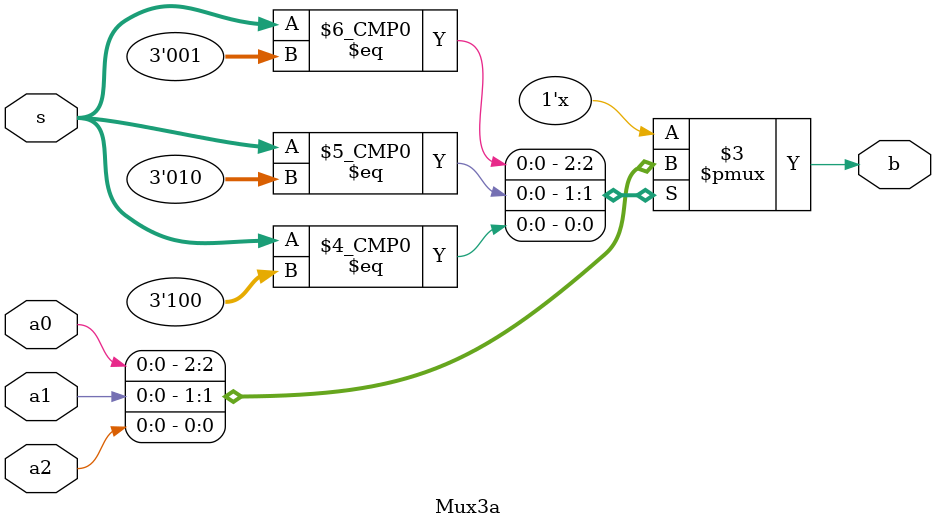
<source format=v>
module CPU (clk, reset, opcode, op,cond, loadir, loada, loadb, loadc,loads,  asel, bsel, write, nsel, vsel, msel, mwrite,incp,execb,tsel);

input reset;
input [2:0] opcode,cond;
input [1:0]op;
input clk;
output [1:0] nsel,vsel;
reg [1:0] nsel,vsel;
output loadir, loada, loadb, loadc,loads,  asel, bsel, write, msel, mwrite,tsel, incp,execb;
reg loadir, loada, loadb, loadc,loads,  asel, bsel, write, msel, mwrite,tsel, incp,execb;

wire [2:0]step;
reg [2:0] nextstep;
`define ADD 2'b00
`define CMP 2'b01
`define AND 2'b10
`define MVN 2'b11
`define MOVimm8 2'b10
`define MOV2 2'b00
`define LDR 5'b01100
`define STR 5'b10000

`define BRANCH 5'b00100 // B BEQ BNE BLT BLE
`define BL 5'b01011
`define BLX 5'b01010
`define BX 5'b01000

`define PICKRM 2'b00
`define PICKRD 2'b01
`define PICKRN 2'b10
`define S1 3'b000 //load IR
`define S2 3'b001 //UPDATE PC
`define S3 3'b010 //DECODE READ RN
`define S4 3'b011 //READ RM
`define S5 3'b100 //ALU
`define S6 3'b101 // WRITE RD OR RN
`define S7 3'b110 //
`define S8 3'b111

`define ALUCODE 3'b101
`define MOVECODE 3'b110 

`define ON 1'b1
`define OFF 1'b0

vDFF #(3) nextit( clk, nextstep, step);
always @(*) begin
casex({reset,opcode,op,cond,step})
{`ON, 11'bXXXXXXXXXXX}:{nextstep,  loadir,  loada,  loadb,  loadc,  loads,  asel,  bsel,  write,  msel,  mwrite,  nsel,  vsel,  incp,  execb,  tsel}=
              	       {`S1,       `ON,     `OFF,   `OFF,   `OFF,   `OFF,   `OFF,  `OFF,  `OFF,   `OFF,    `OFF,    4'bXXXX,    `ON,    `OFF,    `ON};
{`OFF, `MOVECODE, 2'bXX,3'bXXX, `S1}:{nextstep,  loadir,  loada,  loadb,  loadc,  asel,  bsel,  write,  msel,  mwrite,  nsel,  vsel,  incp,  execb,  tsel,  loads}=
                                     {`S2    ,   `ON,     `OFF,   `OFF,   `OFF,   `OFF,  `OFF,  `OFF,   `OFF,  `OFF,    4'bXX00,      `OFF,  `OFF,   `ON,   `OFF};
{`OFF, `MOVECODE, 2'bXX, 3'bXXX,`S2}:{nextstep,  loadir,  loada,  loadb,  loadc,  asel,  bsel,  write,  msel,  mwrite,  nsel,  vsel,  incp,  execb,  tsel,  loads}=
                                     {`S3    ,   `ON,     `OFF,   `OFF,   `OFF,   `OFF,  `OFF,  `OFF,   `OFF,  `OFF,    4'bXX10,      `ON,   `OFF,   `ON,   `OFF};
{`OFF, `MOVECODE, 2'bXX,3'bXXX, `S3}:{nextstep,  loadir,  loada,  loadb,  loadc,  asel,  bsel,  write,  msel,  mwrite,  nsel,  vsel,  incp,  execb,  tsel,  loads}=
                                     {`S4    ,   `OFF,    `ON,    `OFF,   `OFF,   `OFF,  `OFF,  `OFF,   `OFF,  `OFF,    `PICKRN,2'b10,`OFF,  `OFF,   `ON,   `OFF};
{`OFF, `MOVECODE, `MOVimm8,3'bXXX, `S4}:{nextstep,  loadir,  loada,  loadb,  loadc,  asel,  bsel,  write,  msel,  mwrite,  nsel,  vsel,  incp,  execb,  tsel,  loads}=
                                        {`S1    ,   `OFF,    `OFF,   `OFF,   `OFF,   `OFF,  `OFF,  `ON,    `OFF,  `OFF,    `PICKRN ,2'b10,`OFF, `OFF,   `ON,   `OFF};

{`OFF, `MOVECODE, `MOV2, 3'bXXX,`S4}:{nextstep,  loadir,  loada,  loadb,  loadc,  asel,  bsel,  write,  msel,  mwrite,    nsel,    vsel,    incp,    execb,    tsel,loads}=
                            	     {`S5,    `OFF,    `OFF,    `ON,    `OFF,    `ON,    `OFF,    `OFF,    `OFF,    `OFF,    `PICKRM,2'b00,    `OFF,    `OFF,    `ON,    `OFF};
{`OFF, `MOVECODE, `MOV2, 3'bXXX,`S5}:{nextstep,loadir,    loada,    loadb,    loadc,    asel,    bsel,    write,    msel,    mwrite,    nsel,    vsel,    incp,    execb,    tsel,loads}=
                            	     {`S6,    `OFF,    `OFF,    `OFF,    `ON,    `ON,    `OFF,    `OFF,    `OFF,    `OFF,    4'bXX00,    `OFF,    `OFF,    `ON,    `OFF};
{`OFF, `MOVECODE, `MOV2, 3'bXXX,`S6}:{nextstep,loadir,    loada,    loadb,    loadc,    asel,    bsel,    write,    msel,    mwrite,    nsel,    vsel,    incp,    execb,    tsel,loads}=
                            	     {`S1,    `OFF,    `OFF,    `OFF,    `OFF,    `OFF,    `OFF,    `ON,    `OFF,    `OFF,    `PICKRD,2'b00,    `OFF,    `OFF,    `ON,    `OFF};

{`OFF, `LDR, 3'bXXX,`S1}:{nextstep,    loadir,    loada,    loadb,    loadc,    asel,    bsel,    write,    msel,    mwrite,    nsel,    vsel,    incp,    execb,    tsel,loads}=
                 	 {`S2    ,    `ON,    `OFF,    `OFF,    `OFF,    `OFF,    `OFF,    `OFF,    `OFF,    `OFF,    4'bXX11,    `OFF,    `OFF,    `ON,    `OFF};
{`OFF, `LDR, 3'bXXX,`S2}:{nextstep,    loadir,    loada,    loadb,    loadc,    asel,    bsel,    write,    msel,    mwrite,    nsel,    vsel,    incp,    execb,    tsel,loads}=
                   	 {`S3    ,    `OFF,    `OFF,    `OFF,    `OFF,    `OFF,    `OFF,    `OFF,    `OFF,    `OFF,    4'bXX11,    `ON,    `OFF,    `ON,    `OFF};
{`OFF, `LDR,3'bXXX, `S3}:{nextstep,    loadir,    loada,    loadb,    loadc,    asel,    bsel,    write,    msel,    mwrite,    nsel,    vsel,    incp,    execb,    tsel,loads}=
                 	 {`S4    ,    `OFF,    `ON,    `OFF,    `OFF,    `OFF,    `OFF,    `OFF,    `OFF,    `OFF,    `PICKRN,2'b11,    `OFF,    `OFF,    `ON,    `OFF};
{`OFF, `LDR, 3'bXXX,`S4}:{nextstep,    loadir,    loada,    loadb,    loadc,    asel,    bsel,    write,    msel,    mwrite,    nsel,    vsel,    incp,    execb,    tsel,loads}=
                 	 {`S5    ,    `OFF,    `OFF,    `OFF,    `ON,    `OFF,    `ON,    `OFF,    `ON,    `OFF,    `PICKRN,2'b11,    `OFF,    `OFF,    `ON,    `OFF};
{`OFF, `LDR ,3'bXXX,`S5}:{nextstep,    loadir,    loada,    loadb,    loadc,    asel,    bsel,    write,    msel,    mwrite,    nsel,    vsel,    incp,    execb,    tsel,loads}=
                 	 {`S6    ,    `OFF,    `OFF,    `OFF,    `OFF,    `OFF,    `ON,    `OFF,    `ON,    `OFF,    4'bXX11,    `OFF,    `OFF,    `ON,    `OFF};
{`OFF, `LDR, 3'bXXX,`S6}:{nextstep,    loadir,    loada,    loadb,    loadc,    asel,    bsel,    write,    msel,    mwrite,    nsel,    vsel,    incp,    execb,    tsel,loads}=
                	 {`S1    ,    `OFF,    `OFF,	`OFF,    `OFF,    `OFF,    `OFF,    `ON,    `OFF,    `OFF,    `PICKRD,2'b11,    `ON,    `OFF,    `ON,    `OFF};

{`OFF, `ALUCODE, 2'bXX, 3'bXXX,`S1}:{nextstep,    loadir,    loada,    loadb,    loadc,  asel,    bsel,    write,    msel,    mwrite,    nsel,    vsel,    incp,    execb,    tsel,loads}=
                          	   {`S2,    `ON,    `OFF,    `OFF,    `OFF,    `OFF,    `OFF,    `OFF,    `OFF,    `OFF,    4'bXX00,    `OFF,    `OFF,    `ON,    `OFF};
{`OFF, `ALUCODE, 2'bXX,3'bXXX, `S2}:{nextstep,    loadir,    loada,    loadb,    loadc,    asel,    bsel,    write,    msel,    mwrite,    nsel,    vsel,    incp,    execb,    tsel,loads}=
                            	   {`S3,    `ON,    `OFF,    `OFF,    `OFF,    `OFF,    `OFF,    `OFF,    `OFF,    `OFF,    4'bXX00,    `ON,    `OFF,    `ON,    `OFF};
{`OFF, `ALUCODE, 2'bXX,3'bXXX, `S3}:{nextstep,    loadir,    loada,    loadb,    loadc,    asel,    bsel,    write,    msel,    mwrite,    nsel,    vsel,    incp,    execb,    tsel,loads}=
                          	   {`S4,    `OFF,    `ON,    `OFF,    `OFF,    `OFF,    `OFF,    `OFF,    `OFF,    `OFF,    `PICKRN,2'b00,    `OFF,    `OFF,    `ON,    `OFF};
{`OFF, `ALUCODE, 2'bXX,3'bXXX, `S4}:{nextstep,    loadir,    loada,    loadb,    loadc,    asel,    bsel,    write,    msel,    mwrite,    nsel,    vsel,    incp,    execb,    tsel,loads}=
                          	   {`S5,    `OFF,    `OFF,    `ON,    `OFF,    `OFF,    `OFF,    `OFF,    `OFF,    `OFF,    `PICKRM,2'b00,    `OFF,    `OFF,    `ON,    `OFF};
{`OFF, `ALUCODE, `ADD, 3'bXXX,`S5}:{nextstep,    loadir,    loada,    loadb,    loadc,    asel,    bsel,    write,    msel,    mwrite,    nsel,    vsel,    incp,    execb,    tsel,loads}=
                          	   {`S6,    `OFF,    `OFF,    `OFF,    `ON,    `OFF,    `OFF,    `OFF,    `OFF,    `OFF,    4'bXX00,    `OFF,    `OFF,    `ON,    `OFF};
{`OFF, `ALUCODE, `ADD,3'bXXX, `S6}:{nextstep,    loadir,    loada,    loadb,    loadc,    asel,    bsel,    write,    msel,    mwrite,    nsel,    vsel,    incp,    execb,    tsel,loads}=
                          	   {`S1,    `OFF,    `OFF,    `OFF,    `OFF,    `OFF,    `OFF,    `ON,    `OFF,    `OFF,    `PICKRD,2'b00,    `OFF,    `OFF,    `ON,    `OFF};

{`OFF, `ALUCODE, `AND, 3'bXXX,`S5}:{nextstep,    loadir,    loada,    loadb,    loadc,    asel,    bsel,    write,    msel,    mwrite,    nsel,    vsel,    incp,    execb,    tsel,loads}=
                          	   {`S6,    `OFF,    `OFF,    `OFF,    `ON,    `OFF,    `OFF,    `OFF,    `OFF,    `OFF,    4'bXX00,    `OFF,    `OFF,    `ON,    `OFF};
{`OFF, `ALUCODE, `AND, 3'bXXX,`S6}:{nextstep,    loadir,    loada,    loadb,    loadc,    asel,    bsel,    write,    msel,    mwrite,    nsel,    vsel,    incp,    execb,    tsel,loads}=
                          	   {`S1,    `OFF,    `OFF,    `OFF,    `OFF,    `OFF,    `OFF,    `ON,    `OFF,    `OFF,    `PICKRD,2'b00,    `OFF,    `OFF,    `ON,    `OFF};

{`OFF, `ALUCODE, `MVN, 3'bXXX,`S5}:{nextstep,    loadir,    loada,    loadb,    loadc,    asel,    bsel,    write,    msel,    mwrite,    nsel,    vsel,    incp,    execb,    tsel,loads}=
                          	   {`S6,    `OFF,    `OFF,    `OFF,    `ON,    `OFF,    `OFF,    `OFF,    `OFF,    `OFF,    4'bXX00,    `OFF,    `OFF,    `ON,    `OFF};
{`OFF, `ALUCODE, `MVN, 3'bXXX,`S6}:{nextstep,    loadir,    loada,    loadb,    loadc,    asel,    bsel,    write,    msel,    mwrite,    nsel,    vsel,    incp,    execb,    tsel,loads}=
                          	   {`S1,    `OFF,    `OFF,    `OFF,    `OFF,    `OFF,    `OFF,    `ON,    `OFF,    `OFF,    `PICKRD,2'b00,    `OFF,    `OFF,    `ON,    `OFF};
{`OFF, `ALUCODE, `CMP, 3'bXXX,`S5}:{nextstep,    loadir,    loada,    loadb,    loadc,    asel,    bsel,    write,    msel,    mwrite,    loads, nsel,    vsel,    incp,    execb,    tsel}=
                          	   {`S1,    `OFF,    `OFF,    `OFF,    `ON,    `OFF,    `OFF,    `OFF,    `OFF,    `OFF,    `ON,    4'bXX00,    `OFF,    `OFF,    `ON};

{`OFF, `STR, 3'bXXX,`S1}:{nextstep,    loadir,    loada,    loadb,    loadc,    asel,    bsel,    write,    msel,    mwrite,    nsel,    vsel,    incp,    execb,    tsel,loads}=
                 	 {`S2,        `ON,    `OFF,    `OFF,    `OFF,    `OFF,    `OFF,    `OFF,    `OFF,    `OFF,    4'bXX00,    `OFF,    `OFF,    `ON,    `OFF};
{`OFF, `STR, 3'bXXX,`S2}:{nextstep,    loadir,    loada,    loadb,    loadc,    asel,    bsel,    write,    msel,    mwrite,    nsel,    vsel,    incp,    execb,    tsel,loads}=
                 	 {`S3,        `ON,    `OFF,    `OFF,    `OFF,    `OFF,    `OFF,    `OFF,    `OFF,    `OFF,    4'bXX00,    `ON,    `OFF,    `ON,    `OFF};
{`OFF, `STR, 3'bXXX,`S3}:{nextstep,    loadir,    loada,    loadb,    loadc,    asel,    bsel,    write,    msel,    mwrite,    nsel,    vsel,    incp,    execb,    tsel,loads}=
                 	 {`S4,        `OFF,    `ON,    `OFF,    `OFF,    `OFF,    `OFF,    `OFF,    `OFF,    `OFF,    `PICKRN,2'b00,    `OFF,    `OFF,    `ON,    `OFF};
{`OFF, `STR, 3'bXXX,`S4}:{nextstep,    loadir,    loada,    loadb,    loadc,    asel,    bsel,    write,    msel,    mwrite,    nsel,    vsel,    incp,    execb,    tsel,loads}=
                 	 {`S5,        `OFF,    `OFF,    `OFF,    `ON,    `OFF,    `ON,    `OFF,    `OFF,    `OFF,    4'bXX00,    `OFF,    `OFF,    `ON,    `OFF};
{`OFF, `STR,3'bXXX, `S5}:{nextstep,    loadir,    loada,    loadb,    loadc,    asel,    bsel,    write,    msel,    mwrite,    nsel,    vsel,    incp,    execb,    tsel,loads}=
                 	 {`S6,        `OFF,    `OFF,    `ON,    `OFF,    `OFF,    `ON,    `OFF,    `OFF,    `OFF,    `PICKRD, 2'b00,    `OFF,    `OFF,    `ON,    `OFF};
{`OFF, `STR, 3'bXXX,`S6}:{nextstep,    loadir,    loada,    loadb,    loadc,    asel,    bsel,    write,    msel,    mwrite,    nsel,    vsel,    incp,    execb,    tsel,loads}=
                 	 {`S7,        `OFF,    `OFF,    `OFF,    `OFF,    `OFF,    `OFF,    `OFF,    `ON,    `ON,    `PICKRD,2'b00,    `OFF,    `OFF,    `ON,    `OFF};
{`OFF, `STR,3'bXXX, `S7}:{nextstep,    loadir,    loada,    loadb,    loadc,    asel,    bsel,    write,    msel,    mwrite,    nsel,    vsel,    incp,    execb,    tsel,loads}=
                 	 {`S1,        `OFF,    `OFF,    `OFF,    `OFF,    `OFF,    `OFF,    `OFF,    `OFF,    `ON,    `PICKRD,2'b00,    `OFF,    `OFF,    `ON,    `OFF};

{`OFF, `BRANCH, 3'bXXX, `S1}:{nextstep,    loadir,    loada,    loadb,    loadc,    asel,    bsel,    write,    msel,    mwrite,    nsel,    vsel,    incp,    execb,    tsel,loads}=
                    	     {`S2,    `ON,    `OFF,    `OFF,    `OFF,    `OFF,    `OFF,    `OFF,    `OFF,    `OFF,    4'bXX00,    `OFF,    `OFF,    `ON,    `OFF};
{`OFF, `BRANCH, 3'bXXX,`S2}:{nextstep,    loadir,    loada,    loadb,    loadc,    asel,    bsel,    write,    msel,    mwrite,    nsel,    vsel,    incp,    execb,    tsel,loads}=
                   	    {`S3,    `OFF,    `OFF,    `OFF,    `OFF,    `OFF,    `OFF,    `OFF,    `OFF,    `OFF,    4'bXX00,    `ON,    `OFF,    `ON,    `OFF};
{`OFF, `BRANCH, 3'bXXX,`S3}:{nextstep,    loadir,    loada,    loadb,    loadc,    asel,    bsel,    write,    msel,    mwrite,    nsel,    vsel,    incp,    execb,    tsel,loads}=
                   	    {`S4,    `OFF,    `ON,    `OFF,    `OFF,    `OFF,    `OFF,    `OFF,    `OFF,    `OFF,    `PICKRN,2'b00,    `OFF,    `OFF,    `ON,    `OFF};
{`OFF, `BRANCH, 3'bXXX,`S4}:{nextstep,    loadir,    loada,    loadb,    loadc,    asel,    bsel,    write,    msel,    mwrite,    nsel,    vsel,    incp,    execb,    tsel,loads}=
                   	    {`S5,    `OFF,    `OFF,    `OFF,    `OFF,    `OFF,    `OFF,    `OFF,    `OFF,    `OFF,    4'bXX00,    `OFF,    `ON ,    `ON,    `OFF };
{`OFF, `BRANCH, 3'bXXX,`S5}:{nextstep,    loadir,    loada,    loadb,    loadc,    asel,    bsel,    write,    msel,    mwrite,    nsel,    vsel,    incp,    execb,    tsel,loads    }=
                   	    {`S1,    `OFF,    `OFF,    `OFF,    `OFF,    `OFF,    `OFF,    `OFF,    `OFF,    `OFF,    4'bXX00,    `OFF,    `OFF,    `ON,    `OFF  };


{`OFF, `BL, 3'bXXX, `S1}:{nextstep,    loadir,    loada,    loadb,    loadc,    asel,    bsel,    write,    msel,    mwrite,    nsel,    vsel,    incp,    execb,    tsel,loads}=
                    	     {`S2,    `ON,    `OFF,    `OFF,    `OFF,    `OFF,    `OFF,    `OFF,    `OFF,    `OFF,    4'bXX01,    `OFF,    `OFF,    `ON,    `OFF};
{`OFF, `BL, 3'bXXX,`S2}:{nextstep,    loadir,    loada,    loadb,    loadc,    asel,    bsel,    write,    msel,    mwrite,    nsel,    vsel,    incp,    execb,    tsel,loads}=
                   	    {`S3,    `OFF,    `OFF,    `OFF,    `OFF,    `OFF,    `OFF,    `OFF,    `OFF,    `OFF,    4'bXX01,    `ON,    `OFF,    `ON,    `OFF};
{`OFF, `BL, 3'bXXX,`S3}:{nextstep,    loadir,    loada,    loadb,    loadc,    asel,    bsel,    write,    msel,    mwrite,    nsel,    vsel,    incp,    execb,    tsel,loads}=
                   	    {`S4,    `OFF,    `ON,    `OFF,    `OFF,    `OFF,    `OFF,    `OFF,    `OFF,    `OFF,    `PICKRN,2'b01,    `OFF,    `OFF,    `ON,    `OFF};
{`OFF, `BL, 3'bXXX,`S4}:{nextstep,    loadir,    loada,    loadb,    loadc,    asel,    bsel,    write,    msel,    mwrite,    nsel,    vsel,    incp,    execb,    tsel,loads    }=
                   	    {`S5,    `OFF,    `ON,    `OFF,    `OFF,    `OFF,    `OFF,    `ON,    `OFF,    `OFF,    `PICKRN ,2'b01,    `OFF,    `OFF,    `ON,    `OFF  };
{`OFF, `BL, 3'bXXX,`S5}:{nextstep,    loadir,    loada,    loadb,    loadc,    asel,    bsel,    write,    msel,    mwrite,    nsel,    vsel,    incp,    execb,    tsel,loads}=
                   	    {`S6,    `OFF,    `OFF,    `OFF,    `OFF,    `OFF,    `OFF,    `OFF,    `OFF,    `OFF,    4'bXX01,    `OFF,    `ON ,    `ON,    `OFF };
{`OFF, `BL, 3'bXXX,`S6}:{nextstep,    loadir,    loada,    loadb,    loadc,    asel,    bsel,    write,    msel,    mwrite,    nsel,    vsel,    incp,    execb,    tsel,loads}=
                   	    {`S1,    `OFF,    `OFF,    `OFF,    `OFF,    `OFF,    `OFF,    `OFF,    `OFF,    `OFF,    4'bXX01,    `OFF,    `OFF ,    `ON,    `OFF};

{`OFF, `BX,3'bXXX, `S1}:{nextstep,    loadir,    loada,    loadb,    loadc,    asel,    bsel,    write,    msel,    mwrite,    nsel,    vsel,    incp,    execb,    tsel,loads}=
                {`S2,        `ON,    `OFF,    `OFF,    `OFF,    `OFF,    `OFF,    `OFF,    `OFF,    `OFF,    4'bXX01,    `OFF,    `OFF,    `OFF,    `OFF};
{`OFF, `BX,3'bXXX,`S2}:{nextstep,    loadir,    loada,    loadb,    loadc,    asel,    bsel,    write,    msel,    mwrite,    nsel,    vsel,    incp,    execb,    tsel,loads}=
                       {`S3,        `ON,    `OFF,    `OFF,    `OFF,    `OFF,    `OFF,    `OFF,    `OFF,    `OFF,    4'bXX01,    `ON,    `OFF,    `OFF,    `OFF};
{`OFF, `BX,3'bXXX,`S3}:{nextstep,    loadir,    loada,    loadb,    loadc,    asel,    bsel,    write,    msel,    mwrite,    nsel,    vsel,    incp,    execb,    tsel,loads}=
               {`S4,        `OFF,    `ON,    `OFF,    `OFF,    `OFF,    `OFF,    `OFF,    `OFF,    `OFF,    `PICKRD    ,2'b01,    `OFF,    `OFF,    `OFF,    `OFF};
{`OFF, `BX,3'bXXX,`S4}:{nextstep,    loadir,    loada,    loadb,    loadc,    asel,    bsel,    write,    msel,    mwrite,    nsel,    vsel,    incp,    execb,    tsel,loads}=
               {`S5,        `OFF,    `OFF,    `OFF,    `OFF,    `OFF,    `OFF,    `OFF,    `OFF,    `OFF,    `PICKRD ,2'b01,    `OFF,    `ON ,    `OFF ,    `OFF};
{`OFF, `BX,3'bXXX,`S5}:{nextstep,    loadir,    loada,    loadb,    loadc,    asel,    bsel,    write,    msel,    mwrite,    nsel,    vsel,    incp,    execb,    tsel,loads}=
               {`S1,        `OFF,    `OFF,    `OFF,    `OFF,    `OFF,    `OFF,    `OFF,    `OFF,    `OFF,    `PICKRD ,2'b01,    `OFF,    `OFF,    `OFF ,    `OFF };


{9'bXXXXXXXXX,`S8}:{nextstep,    loadir,    loada,    loadb,    loadc,    loads,    asel,    bsel,    write,    msel,    mwrite,    nsel,    vsel,    incp,    execb,    tsel,loads}=
           {`S8    ,    `OFF,    `OFF,    `OFF,    `OFF,    `OFF,    `OFF,    `OFF,    `OFF,    `OFF,    `OFF,    4'bXXXX,    `OFF,    `OFF,    `OFF,    `OFF};

default :{nextstep,    loadir,    loada,    loadb,    loadc,    loads,    asel,    bsel,    write,    msel,    mwrite,    nsel,    vsel,    incp,    execb,    tsel,loads}=
     {`S8    ,    `OFF,    `OFF,    `OFF,    `OFF,    `OFF,    `OFF,    `OFF,    `OFF,    `OFF,    `OFF,    4'bXXXX,    `OFF,    `OFF,    `OFF,    `OFF};


endcase
end
endmodule

module INSTRUCTIONDECODER ( IN,nsel, opcode, op, writenum, readnum, shift, sximm8, sximm5, ALUop, cond);

input [15:0] IN;

// WIDTH TBD
input [1:0] nsel;

output [1:0] ALUop;
output [15:0] sximm5;
output [15:0] sximm8;
output [1:0] shift;
output [2:0] readnum;
output [2:0] writenum;
output [1:0] op;
output [2:0] opcode;
output [2:0] cond;

wire [2:0] muxpicked;
wire [2:0] Rn;
wire [2:0] Rd;
wire [2:0] Rm;
wire [4:0] imm5;
wire [7:0] imm8;

assign opcode= IN[15:13];
assign op= IN[ 12:11];
assign ALUop= IN [12:11];
assign shift =IN[4:3];
assign Rn= IN[10:8];
assign Rd=IN[7:5];
assign Rm= IN[2:0];
assign imm5= IN[4:0];
assign imm8= IN[7:0];
assign writenum= muxpicked;
assign readnum=muxpicked;
assign cond=IN[10:8];

Muxb3 #(3) nselmux (Rn,Rd,Rm, nsel, muxpicked);
SIGNEXTEND #(5) sximmed5 (imm5,sximm5);
SIGNEXTEND #(8) sximmed8 (imm8,sximm8);

endmodule

module SIGNEXTEND ( IN, OUT);
parameter  k=1;
input [k-1:0] IN;
output [15:0] OUT;

assign OUT[k-1:0]=IN[k-1:0];
assign OUT[15:k]= {16-k{IN[k-1]}};
endmodule






// 3-> 1 mux
module Muxb3(a2, a1, a0, sb, b) ;
  parameter k = 1 ;
  input [k-1:0] a0, a1, a2 ;  
  input [1:0]   sb ;          
  output[k-1:0] b ;
  wire  [2:0]   s ;
 
  Dec #(2,3) d(sb,s) ;  
  Mux3a #(k)  m(a2, a1, a0, s, b) ; 
endmodule

module Mux3a(a2, a1, a0, s, b) ;
  parameter k = 1 ;
  input [k-1:0] a0, a1, a2 ;  // inputs
  input [2:0]   s ; // one-hot select
  output[k-1:0] b ;
  reg [k-1:0] b ;
  always @(*) begin
    case(s)
      3'b001: b = a0 ;
      3'b010: b = a1 ;
      3'b100: b = a2 ;
      default: b =  {k{1'bx}} ;
    endcase
  end
endmodule







</source>
